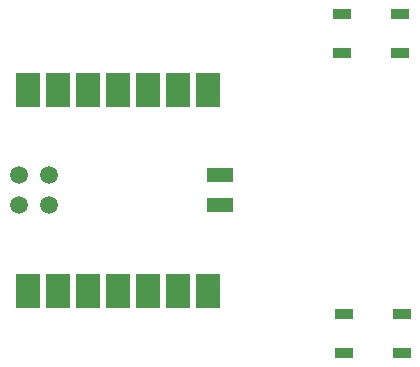
<source format=gbr>
%TF.GenerationSoftware,KiCad,Pcbnew,7.0.10*%
%TF.CreationDate,2024-10-20T20:49:14-04:00*%
%TF.ProjectId,Watch_Hackpad,57617463-685f-4486-9163-6b7061642e6b,rev?*%
%TF.SameCoordinates,Original*%
%TF.FileFunction,Paste,Top*%
%TF.FilePolarity,Positive*%
%FSLAX46Y46*%
G04 Gerber Fmt 4.6, Leading zero omitted, Abs format (unit mm)*
G04 Created by KiCad (PCBNEW 7.0.10) date 2024-10-20 20:49:14*
%MOMM*%
%LPD*%
G01*
G04 APERTURE LIST*
%ADD10R,1.500000X0.900000*%
%ADD11R,2.000000X3.000000*%
%ADD12C,1.500000*%
%ADD13R,2.300000X1.300000*%
G04 APERTURE END LIST*
D10*
%TO.C,D1*%
X189625000Y-64275000D03*
X189625000Y-67575000D03*
X194525000Y-67575000D03*
X194525000Y-64275000D03*
%TD*%
D11*
%TO.C,U1*%
X162880000Y-62300000D03*
X165420000Y-62300000D03*
X167960000Y-62300000D03*
X170500000Y-62300000D03*
X173040000Y-62300000D03*
X175580000Y-62300000D03*
X178120000Y-62300000D03*
X178120000Y-45300000D03*
X175580000Y-45300000D03*
X173040000Y-45300000D03*
X170500000Y-45300000D03*
X167960000Y-45300000D03*
X165420000Y-45300000D03*
X162880000Y-45300000D03*
D12*
X162110000Y-55070000D03*
X162110000Y-52530000D03*
X164650000Y-55070000D03*
X164650000Y-52530000D03*
D13*
X179100000Y-55070000D03*
X179100000Y-52530000D03*
%TD*%
D10*
%TO.C,D2*%
X189450000Y-38875000D03*
X189450000Y-42175000D03*
X194350000Y-42175000D03*
X194350000Y-38875000D03*
%TD*%
M02*

</source>
